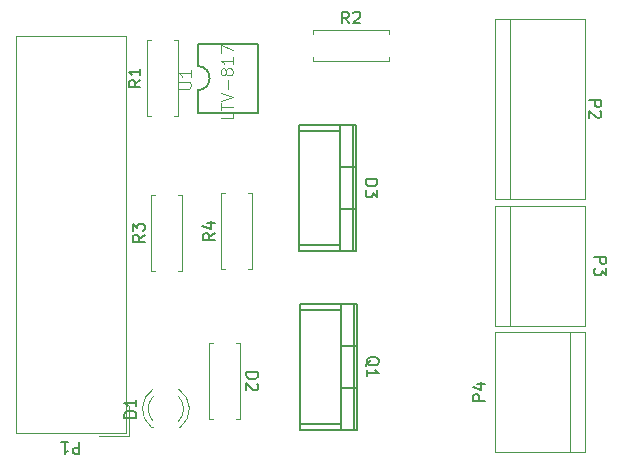
<source format=gbr>
G04 #@! TF.GenerationSoftware,KiCad,Pcbnew,(2017-11-24 revision a01d81e4b)-makepkg*
G04 #@! TF.CreationDate,2018-01-06T21:54:51+07:00*
G04 #@! TF.ProjectId,Motor DC power,4D6F746F7220444320706F7765722E6B,rev?*
G04 #@! TF.SameCoordinates,Original*
G04 #@! TF.FileFunction,Legend,Top*
G04 #@! TF.FilePolarity,Positive*
%FSLAX46Y46*%
G04 Gerber Fmt 4.6, Leading zero omitted, Abs format (unit mm)*
G04 Created by KiCad (PCBNEW (2017-11-24 revision a01d81e4b)-makepkg) date 01/06/18 21:54:51*
%MOMM*%
%LPD*%
G01*
G04 APERTURE LIST*
%ADD10C,0.120000*%
%ADD11C,0.150000*%
%ADD12C,0.152400*%
%ADD13C,0.050000*%
G04 APERTURE END LIST*
D10*
X99320000Y-122675000D02*
X99320000Y-89115000D01*
X99320000Y-89115000D02*
X108670000Y-89115000D01*
X108670000Y-89115000D02*
X108670000Y-122675000D01*
X108670000Y-122675000D02*
X99320000Y-122675000D01*
X108920000Y-122925000D02*
X108920000Y-120385000D01*
X108920000Y-122925000D02*
X106380000Y-122925000D01*
X110971392Y-118982665D02*
G75*
G03X110814484Y-122215000I1078608J-1672335D01*
G01*
X113128608Y-118982665D02*
G75*
G02X113285516Y-122215000I-1078608J-1672335D01*
G01*
X110970163Y-119613870D02*
G75*
G03X110970000Y-121695961I1079837J-1041130D01*
G01*
X113129837Y-119613870D02*
G75*
G02X113130000Y-121695961I-1079837J-1041130D01*
G01*
X110814000Y-122215000D02*
X110970000Y-122215000D01*
X113130000Y-122215000D02*
X113286000Y-122215000D01*
X117980000Y-115100000D02*
X118310000Y-115100000D01*
X118310000Y-115100000D02*
X118310000Y-121520000D01*
X118310000Y-121520000D02*
X117980000Y-121520000D01*
X116020000Y-115100000D02*
X115690000Y-115100000D01*
X115690000Y-115100000D02*
X115690000Y-121520000D01*
X115690000Y-121520000D02*
X116020000Y-121520000D01*
D11*
X126751000Y-106786000D02*
X123322000Y-106786000D01*
X126751000Y-97134000D02*
X123322000Y-97134000D01*
X127894000Y-107294000D02*
X127894000Y-96626000D01*
X126878000Y-103738000D02*
X128148000Y-103738000D01*
X126878000Y-100182000D02*
X128148000Y-100182000D01*
X126751000Y-96626000D02*
X126751000Y-107294000D01*
X123322000Y-107294000D02*
X123322000Y-96626000D01*
X128148000Y-96626000D02*
X123322000Y-96626000D01*
X128148000Y-107294000D02*
X123322000Y-107294000D01*
X128148000Y-107294000D02*
X128148000Y-96626000D01*
D10*
X139890000Y-87650000D02*
X147510000Y-87650000D01*
X139890000Y-102890000D02*
X147510000Y-102890000D01*
X141160000Y-87650000D02*
X141160000Y-102890000D01*
X147510000Y-87650000D02*
X147510000Y-102890000D01*
X139890000Y-87650000D02*
X139890000Y-102890000D01*
X141160000Y-113640000D02*
X141160000Y-103480000D01*
X139890000Y-113640000D02*
X147510000Y-113640000D01*
X147510000Y-113640000D02*
X147510000Y-103480000D01*
X147510000Y-103480000D02*
X139890000Y-103480000D01*
X139890000Y-103480000D02*
X139890000Y-113640000D01*
X146240000Y-114160000D02*
X146240000Y-124320000D01*
X147510000Y-114160000D02*
X139890000Y-114160000D01*
X139890000Y-114160000D02*
X139890000Y-124320000D01*
X139890000Y-124320000D02*
X147510000Y-124320000D01*
X147510000Y-124320000D02*
X147510000Y-114160000D01*
D11*
X126851000Y-121926000D02*
X123422000Y-121926000D01*
X126851000Y-112274000D02*
X123422000Y-112274000D01*
X127994000Y-122434000D02*
X127994000Y-111766000D01*
X126978000Y-118878000D02*
X128248000Y-118878000D01*
X126978000Y-115322000D02*
X128248000Y-115322000D01*
X126851000Y-111766000D02*
X126851000Y-122434000D01*
X123422000Y-122434000D02*
X123422000Y-111766000D01*
X128248000Y-111766000D02*
X123422000Y-111766000D01*
X128248000Y-122434000D02*
X123422000Y-122434000D01*
X128248000Y-122434000D02*
X128248000Y-111766000D01*
D10*
X110770000Y-95850000D02*
X110440000Y-95850000D01*
X110440000Y-95850000D02*
X110440000Y-89430000D01*
X110440000Y-89430000D02*
X110770000Y-89430000D01*
X112730000Y-95850000D02*
X113060000Y-95850000D01*
X113060000Y-95850000D02*
X113060000Y-89430000D01*
X113060000Y-89430000D02*
X112730000Y-89430000D01*
X124500000Y-88895000D02*
X124500000Y-88565000D01*
X124500000Y-88565000D02*
X130920000Y-88565000D01*
X130920000Y-88565000D02*
X130920000Y-88895000D01*
X124500000Y-90855000D02*
X124500000Y-91185000D01*
X124500000Y-91185000D02*
X130920000Y-91185000D01*
X130920000Y-91185000D02*
X130920000Y-90855000D01*
X111120000Y-108970000D02*
X110790000Y-108970000D01*
X110790000Y-108970000D02*
X110790000Y-102550000D01*
X110790000Y-102550000D02*
X111120000Y-102550000D01*
X113080000Y-108970000D02*
X113410000Y-108970000D01*
X113410000Y-108970000D02*
X113410000Y-102550000D01*
X113410000Y-102550000D02*
X113080000Y-102550000D01*
X117045000Y-108825000D02*
X116715000Y-108825000D01*
X116715000Y-108825000D02*
X116715000Y-102405000D01*
X116715000Y-102405000D02*
X117045000Y-102405000D01*
X119005000Y-108825000D02*
X119335000Y-108825000D01*
X119335000Y-108825000D02*
X119335000Y-102405000D01*
X119335000Y-102405000D02*
X119005000Y-102405000D01*
D12*
X119815000Y-89729000D02*
X114735000Y-89729000D01*
X114735000Y-95571000D02*
X119815000Y-95571000D01*
X119815000Y-89729000D02*
X119815000Y-95571000D01*
X114735000Y-89729000D02*
X114735000Y-91634000D01*
X114735000Y-95571000D02*
X114735000Y-93666000D01*
X114735000Y-91634000D02*
G75*
G02X114735000Y-93666000I0J-1016000D01*
G01*
D11*
X104733095Y-123476619D02*
X104733095Y-124476619D01*
X104352142Y-124476619D01*
X104256904Y-124429000D01*
X104209285Y-124381380D01*
X104161666Y-124286142D01*
X104161666Y-124143285D01*
X104209285Y-124048047D01*
X104256904Y-124000428D01*
X104352142Y-123952809D01*
X104733095Y-123952809D01*
X103209285Y-123476619D02*
X103780714Y-123476619D01*
X103495000Y-123476619D02*
X103495000Y-124476619D01*
X103590238Y-124333761D01*
X103685476Y-124238523D01*
X103780714Y-124190904D01*
X109542380Y-121393095D02*
X108542380Y-121393095D01*
X108542380Y-121155000D01*
X108590000Y-121012142D01*
X108685238Y-120916904D01*
X108780476Y-120869285D01*
X108970952Y-120821666D01*
X109113809Y-120821666D01*
X109304285Y-120869285D01*
X109399523Y-120916904D01*
X109494761Y-121012142D01*
X109542380Y-121155000D01*
X109542380Y-121393095D01*
X109542380Y-119869285D02*
X109542380Y-120440714D01*
X109542380Y-120155000D02*
X108542380Y-120155000D01*
X108685238Y-120250238D01*
X108780476Y-120345476D01*
X108828095Y-120440714D01*
X118857619Y-117571904D02*
X119857619Y-117571904D01*
X119857619Y-117810000D01*
X119810000Y-117952857D01*
X119714761Y-118048095D01*
X119619523Y-118095714D01*
X119429047Y-118143333D01*
X119286190Y-118143333D01*
X119095714Y-118095714D01*
X119000476Y-118048095D01*
X118905238Y-117952857D01*
X118857619Y-117810000D01*
X118857619Y-117571904D01*
X119762380Y-118524285D02*
X119810000Y-118571904D01*
X119857619Y-118667142D01*
X119857619Y-118905238D01*
X119810000Y-119000476D01*
X119762380Y-119048095D01*
X119667142Y-119095714D01*
X119571904Y-119095714D01*
X119429047Y-119048095D01*
X118857619Y-118476666D01*
X118857619Y-119095714D01*
X128965619Y-101221904D02*
X129965619Y-101221904D01*
X129965619Y-101460000D01*
X129918000Y-101602857D01*
X129822761Y-101698095D01*
X129727523Y-101745714D01*
X129537047Y-101793333D01*
X129394190Y-101793333D01*
X129203714Y-101745714D01*
X129108476Y-101698095D01*
X129013238Y-101602857D01*
X128965619Y-101460000D01*
X128965619Y-101221904D01*
X129965619Y-102126666D02*
X129965619Y-102745714D01*
X129584666Y-102412380D01*
X129584666Y-102555238D01*
X129537047Y-102650476D01*
X129489428Y-102698095D01*
X129394190Y-102745714D01*
X129156095Y-102745714D01*
X129060857Y-102698095D01*
X129013238Y-102650476D01*
X128965619Y-102555238D01*
X128965619Y-102269523D01*
X129013238Y-102174285D01*
X129060857Y-102126666D01*
X147897619Y-94501904D02*
X148897619Y-94501904D01*
X148897619Y-94882857D01*
X148850000Y-94978095D01*
X148802380Y-95025714D01*
X148707142Y-95073333D01*
X148564285Y-95073333D01*
X148469047Y-95025714D01*
X148421428Y-94978095D01*
X148373809Y-94882857D01*
X148373809Y-94501904D01*
X148802380Y-95454285D02*
X148850000Y-95501904D01*
X148897619Y-95597142D01*
X148897619Y-95835238D01*
X148850000Y-95930476D01*
X148802380Y-95978095D01*
X148707142Y-96025714D01*
X148611904Y-96025714D01*
X148469047Y-95978095D01*
X147897619Y-95406666D01*
X147897619Y-96025714D01*
X148327619Y-107821904D02*
X149327619Y-107821904D01*
X149327619Y-108202857D01*
X149280000Y-108298095D01*
X149232380Y-108345714D01*
X149137142Y-108393333D01*
X148994285Y-108393333D01*
X148899047Y-108345714D01*
X148851428Y-108298095D01*
X148803809Y-108202857D01*
X148803809Y-107821904D01*
X149327619Y-108726666D02*
X149327619Y-109345714D01*
X148946666Y-109012380D01*
X148946666Y-109155238D01*
X148899047Y-109250476D01*
X148851428Y-109298095D01*
X148756190Y-109345714D01*
X148518095Y-109345714D01*
X148422857Y-109298095D01*
X148375238Y-109250476D01*
X148327619Y-109155238D01*
X148327619Y-108869523D01*
X148375238Y-108774285D01*
X148422857Y-108726666D01*
X139072380Y-119978095D02*
X138072380Y-119978095D01*
X138072380Y-119597142D01*
X138120000Y-119501904D01*
X138167619Y-119454285D01*
X138262857Y-119406666D01*
X138405714Y-119406666D01*
X138500952Y-119454285D01*
X138548571Y-119501904D01*
X138596190Y-119597142D01*
X138596190Y-119978095D01*
X138405714Y-118549523D02*
X139072380Y-118549523D01*
X138024761Y-118787619D02*
X138739047Y-119025714D01*
X138739047Y-118406666D01*
X128970380Y-117004761D02*
X129018000Y-116909523D01*
X129113238Y-116814285D01*
X129256095Y-116671428D01*
X129303714Y-116576190D01*
X129303714Y-116480952D01*
X129065619Y-116528571D02*
X129113238Y-116433333D01*
X129208476Y-116338095D01*
X129398952Y-116290476D01*
X129732285Y-116290476D01*
X129922761Y-116338095D01*
X130018000Y-116433333D01*
X130065619Y-116528571D01*
X130065619Y-116719047D01*
X130018000Y-116814285D01*
X129922761Y-116909523D01*
X129732285Y-116957142D01*
X129398952Y-116957142D01*
X129208476Y-116909523D01*
X129113238Y-116814285D01*
X129065619Y-116719047D01*
X129065619Y-116528571D01*
X129065619Y-117909523D02*
X129065619Y-117338095D01*
X129065619Y-117623809D02*
X130065619Y-117623809D01*
X129922761Y-117528571D01*
X129827523Y-117433333D01*
X129779904Y-117338095D01*
X109892380Y-92806666D02*
X109416190Y-93140000D01*
X109892380Y-93378095D02*
X108892380Y-93378095D01*
X108892380Y-92997142D01*
X108940000Y-92901904D01*
X108987619Y-92854285D01*
X109082857Y-92806666D01*
X109225714Y-92806666D01*
X109320952Y-92854285D01*
X109368571Y-92901904D01*
X109416190Y-92997142D01*
X109416190Y-93378095D01*
X109892380Y-91854285D02*
X109892380Y-92425714D01*
X109892380Y-92140000D02*
X108892380Y-92140000D01*
X109035238Y-92235238D01*
X109130476Y-92330476D01*
X109178095Y-92425714D01*
X127543333Y-88017380D02*
X127210000Y-87541190D01*
X126971904Y-88017380D02*
X126971904Y-87017380D01*
X127352857Y-87017380D01*
X127448095Y-87065000D01*
X127495714Y-87112619D01*
X127543333Y-87207857D01*
X127543333Y-87350714D01*
X127495714Y-87445952D01*
X127448095Y-87493571D01*
X127352857Y-87541190D01*
X126971904Y-87541190D01*
X127924285Y-87112619D02*
X127971904Y-87065000D01*
X128067142Y-87017380D01*
X128305238Y-87017380D01*
X128400476Y-87065000D01*
X128448095Y-87112619D01*
X128495714Y-87207857D01*
X128495714Y-87303095D01*
X128448095Y-87445952D01*
X127876666Y-88017380D01*
X128495714Y-88017380D01*
X110242380Y-105926666D02*
X109766190Y-106260000D01*
X110242380Y-106498095D02*
X109242380Y-106498095D01*
X109242380Y-106117142D01*
X109290000Y-106021904D01*
X109337619Y-105974285D01*
X109432857Y-105926666D01*
X109575714Y-105926666D01*
X109670952Y-105974285D01*
X109718571Y-106021904D01*
X109766190Y-106117142D01*
X109766190Y-106498095D01*
X109242380Y-105593333D02*
X109242380Y-104974285D01*
X109623333Y-105307619D01*
X109623333Y-105164761D01*
X109670952Y-105069523D01*
X109718571Y-105021904D01*
X109813809Y-104974285D01*
X110051904Y-104974285D01*
X110147142Y-105021904D01*
X110194761Y-105069523D01*
X110242380Y-105164761D01*
X110242380Y-105450476D01*
X110194761Y-105545714D01*
X110147142Y-105593333D01*
X116167380Y-105781666D02*
X115691190Y-106115000D01*
X116167380Y-106353095D02*
X115167380Y-106353095D01*
X115167380Y-105972142D01*
X115215000Y-105876904D01*
X115262619Y-105829285D01*
X115357857Y-105781666D01*
X115500714Y-105781666D01*
X115595952Y-105829285D01*
X115643571Y-105876904D01*
X115691190Y-105972142D01*
X115691190Y-106353095D01*
X115500714Y-104924523D02*
X116167380Y-104924523D01*
X115119761Y-105162619D02*
X115834047Y-105400714D01*
X115834047Y-104781666D01*
D13*
X113171380Y-93538904D02*
X113980904Y-93538904D01*
X114076142Y-93491285D01*
X114123761Y-93443666D01*
X114171380Y-93348428D01*
X114171380Y-93157952D01*
X114123761Y-93062714D01*
X114076142Y-93015095D01*
X113980904Y-92967476D01*
X113171380Y-92967476D01*
X114171380Y-91967476D02*
X114171380Y-92538904D01*
X114171380Y-92253190D02*
X113171380Y-92253190D01*
X113314238Y-92348428D01*
X113409476Y-92443666D01*
X113457095Y-92538904D01*
X117702380Y-95547619D02*
X117702380Y-96023809D01*
X116702380Y-96023809D01*
X116702380Y-95357142D02*
X116702380Y-94785714D01*
X117702380Y-95071428D02*
X116702380Y-95071428D01*
X116702380Y-94595238D02*
X117702380Y-94261904D01*
X116702380Y-93928571D01*
X117321428Y-93595238D02*
X117321428Y-92833333D01*
X117130952Y-92214285D02*
X117083333Y-92309523D01*
X117035714Y-92357142D01*
X116940476Y-92404761D01*
X116892857Y-92404761D01*
X116797619Y-92357142D01*
X116750000Y-92309523D01*
X116702380Y-92214285D01*
X116702380Y-92023809D01*
X116750000Y-91928571D01*
X116797619Y-91880952D01*
X116892857Y-91833333D01*
X116940476Y-91833333D01*
X117035714Y-91880952D01*
X117083333Y-91928571D01*
X117130952Y-92023809D01*
X117130952Y-92214285D01*
X117178571Y-92309523D01*
X117226190Y-92357142D01*
X117321428Y-92404761D01*
X117511904Y-92404761D01*
X117607142Y-92357142D01*
X117654761Y-92309523D01*
X117702380Y-92214285D01*
X117702380Y-92023809D01*
X117654761Y-91928571D01*
X117607142Y-91880952D01*
X117511904Y-91833333D01*
X117321428Y-91833333D01*
X117226190Y-91880952D01*
X117178571Y-91928571D01*
X117130952Y-92023809D01*
X117702380Y-90880952D02*
X117702380Y-91452380D01*
X117702380Y-91166666D02*
X116702380Y-91166666D01*
X116845238Y-91261904D01*
X116940476Y-91357142D01*
X116988095Y-91452380D01*
X116702380Y-90547619D02*
X116702380Y-89880952D01*
X117702380Y-90309523D01*
M02*

</source>
